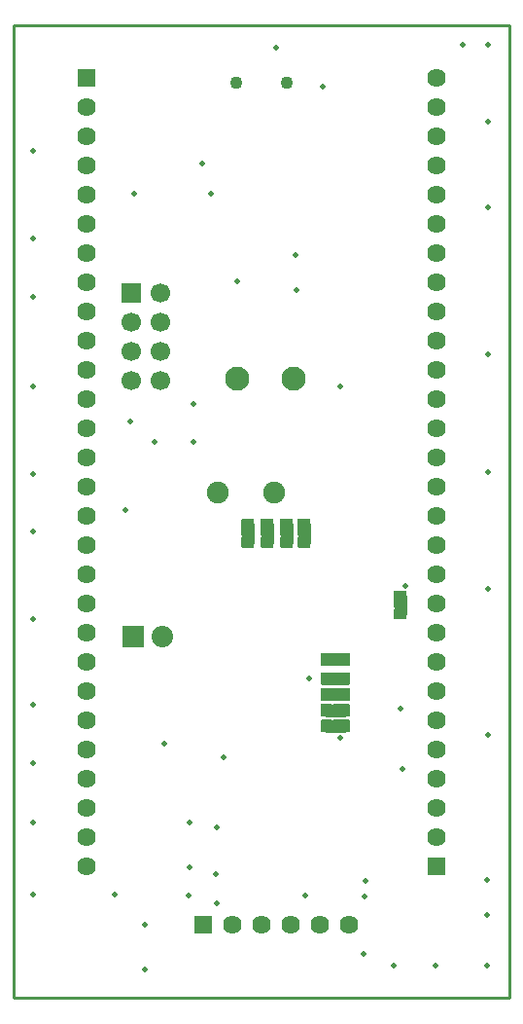
<source format=gbs>
*
*
G04 PADS Layout (Build Number 2007.42.1) generated Gerber (RS-274-X) file*
G04 PC Version=2.1*
*
%IN "MB913-0127-e.pcb"*%
*
%MOIN*%
*
%FSLAX35Y35*%
*
*
*
*
G04 PC Standard Apertures*
*
*
G04 Thermal Relief Aperture macro.*
%AMTER*
1,1,$1,0,0*
1,0,$1-$2,0,0*
21,0,$3,$4,0,0,45*
21,0,$3,$4,0,0,135*
%
*
*
G04 Annular Aperture macro.*
%AMANN*
1,1,$1,0,0*
1,0,$2,0,0*
%
*
*
G04 Odd Aperture macro.*
%AMODD*
1,1,$1,0,0*
1,0,$1-0.005,0,0*
%
*
*
G04 PC Custom Aperture Macros*
*
*
*
*
*
*
G04 PC Aperture Table*
*
%ADD011C,0.01*%
%ADD067C,0.01394*%
%ADD068R,0.06694X0.06694*%
%ADD069C,0.06694*%
%ADD070R,0.06394X0.06394*%
%ADD071C,0.06394*%
%ADD077C,0.04331*%
%ADD078C,0.08268*%
%ADD089R,0.07394X0.07394*%
%ADD090C,0.07394*%
%ADD091C,0.0748*%
%ADD092C,0.02016*%
*
*
*
*
G04 PC Copper Outlines (0)*
G04 Layer Name MB913-0127-e.pcb - dark (0)*
%LPD*%
*
*
G04 PC Area=_PSI_PAC_JUMPER_000_P162000000M*
G75*
G36*
G01*
X2047279Y1805442D02*
X2049248Y1803473D01*
G02*
X2049306Y1803334I-139J-139D01*
G01*
Y1800184D01*
G02*
X2049109Y1799987I-197J0D01*
G01*
X2045172D01*
G02*
X2044975Y1800184I-0J197D01*
G01*
Y1803334D01*
G02*
X2045032Y1803473I197J-0D01*
G01*
X2047001Y1805442D01*
G02*
X2047279I139J-140D01*
G37*
G74*
*
*
G04 PC Copper Outlines (1)*
G04 Layer Name MB913-0127-e.pcb - dark (1)*
%LPD*%
*
*
G04 PC Area=_PSI_PAC_JUMPER_001_P162000000M*
G75*
G36*
G01*
X2049109Y1809830D02*
G02*
X2049306Y1809633I-0J-197D01*
G01*
Y1804318D01*
G02*
X2048969Y1804179I-197J0D01*
G01*
X2047140Y1806008D01*
X2045311Y1804179D01*
G02*
X2044975Y1804318I-139J139D01*
G01*
Y1809633D01*
G02*
X2045172Y1809830I197J0D01*
G01*
X2049109D01*
G37*
G74*
*
*
G04 PC Copper Outlines (2)*
G04 Layer Name MB913-0127-e.pcb - dark (2)*
%LPD*%
*
*
G04 PC Area=_PSI_PAC_JUMPER_000_P162000000M*
G75*
G36*
G01*
X2053279Y1805442D02*
X2055248Y1803473D01*
G02*
X2055306Y1803334I-139J-139D01*
G01*
Y1800184D01*
G02*
X2055109Y1799987I-197J0D01*
G01*
X2051172D01*
G02*
X2050975Y1800184I-0J197D01*
G01*
Y1803334D01*
G02*
X2051032Y1803473I197J-0D01*
G01*
X2053001Y1805442D01*
G02*
X2053279I139J-140D01*
G37*
G74*
*
*
G04 PC Copper Outlines (3)*
G04 Layer Name MB913-0127-e.pcb - dark (3)*
%LPD*%
*
*
G04 PC Area=_PSI_PAC_JUMPER_001_P162000000M*
G75*
G36*
G01*
X2055109Y1809830D02*
G02*
X2055306Y1809633I-0J-197D01*
G01*
Y1804318D01*
G02*
X2054969Y1804179I-197J0D01*
G01*
X2053140Y1806008D01*
X2051311Y1804179D01*
G02*
X2050975Y1804318I-139J139D01*
G01*
Y1809633D01*
G02*
X2051172Y1809830I197J0D01*
G01*
X2055109D01*
G37*
G74*
*
*
G04 PC Copper Outlines (4)*
G04 Layer Name MB913-0127-e.pcb - dark (4)*
%LPD*%
*
*
G04 PC Area=_PSI_PAC_JUMPER_000_P324000000M*
G75*
G36*
G01*
X2064473Y1744169D02*
X2062505Y1742201D01*
G02*
X2062365Y1742143I-140J139D01*
G01*
X2059216D01*
G02*
X2059019Y1742340I-0J197D01*
G01*
Y1746277D01*
G02*
X2059216Y1746474I197J0D01*
G01*
X2062365D01*
G02*
X2062505Y1746416I0J-197D01*
G01*
X2064473Y1744448D01*
G02*
Y1744169I-139J-139D01*
G37*
G74*
*
*
G04 PC Copper Outlines (5)*
G04 Layer Name MB913-0127-e.pcb - dark (5)*
%LPD*%
*
*
G04 PC Area=_PSI_PAC_JUMPER_001_P324000000M*
G75*
G36*
G01*
X2068861Y1742340D02*
G02*
X2068665Y1742143I-196J0D01*
G01*
X2063350D01*
G02*
X2063210Y1742479I-0J197D01*
G01*
X2065040Y1744309D01*
X2063210Y1746138D01*
G02*
X2063350Y1746474I140J139D01*
G01*
X2068665D01*
G02*
X2068861Y1746277I-0J-197D01*
G01*
Y1742340D01*
G37*
G74*
*
*
G04 PC Copper Outlines (6)*
G04 Layer Name MB913-0127-e.pcb - dark (6)*
%LPD*%
*
*
G04 PC Area=_PSI_PAC_JUMPER_000_P324000000M*
G75*
G36*
G01*
X2064473Y1749569D02*
X2062505Y1747601D01*
G02*
X2062365Y1747543I-140J139D01*
G01*
X2059216D01*
G02*
X2059019Y1747740I-0J197D01*
G01*
Y1751677D01*
G02*
X2059216Y1751874I197J0D01*
G01*
X2062365D01*
G02*
X2062505Y1751816I0J-197D01*
G01*
X2064473Y1749848D01*
G02*
Y1749569I-139J-139D01*
G37*
G74*
*
*
G04 PC Copper Outlines (7)*
G04 Layer Name MB913-0127-e.pcb - dark (7)*
%LPD*%
*
*
G04 PC Area=_PSI_PAC_JUMPER_001_P324000000M*
G75*
G36*
G01*
X2068861Y1747740D02*
G02*
X2068665Y1747543I-196J0D01*
G01*
X2063350D01*
G02*
X2063210Y1747879I-0J197D01*
G01*
X2065040Y1749709D01*
X2063210Y1751538D01*
G02*
X2063350Y1751874I140J139D01*
G01*
X2068665D01*
G02*
X2068861Y1751677I-0J-197D01*
G01*
Y1747740D01*
G37*
G74*
*
*
G04 PC Copper Outlines (8)*
G04 Layer Name MB913-0127-e.pcb - dark (8)*
%LPD*%
*
*
G04 PC Area=_PSI_PAC_JUMPER_000_P324000000M*
G75*
G36*
G01*
X2064423Y1755046D02*
X2062454Y1753077D01*
G02*
X2062315Y1753020I-139J140D01*
G01*
X2059165D01*
G02*
X2058969Y1753217I0J197D01*
G01*
Y1757154D01*
G02*
X2059165Y1757350I196J-0D01*
G01*
X2062315D01*
G02*
X2062454Y1757293I-0J-196D01*
G01*
X2064423Y1755324D01*
G02*
Y1755046I-140J-139D01*
G37*
G74*
*
*
G04 PC Copper Outlines (9)*
G04 Layer Name MB913-0127-e.pcb - dark (9)*
%LPD*%
*
*
G04 PC Area=_PSI_PAC_JUMPER_001_P324000000M*
G75*
G36*
G01*
X2068811Y1753217D02*
G02*
X2068614Y1753020I-197J-0D01*
G01*
X2063299D01*
G02*
X2063160Y1753356I0J197D01*
G01*
X2064989Y1755185D01*
X2063160Y1757014D01*
G02*
X2063299Y1757350I139J140D01*
G01*
X2068614D01*
G02*
X2068811Y1757154I0J-196D01*
G01*
Y1753217D01*
G37*
G74*
*
*
G04 PC Copper Outlines (10)*
G04 Layer Name MB913-0127-e.pcb - dark (10)*
%LPD*%
*
*
G04 PC Area=_PSI_PAC_JUMPER_000_P324000000M*
G75*
G36*
G01*
X2064473Y1761569D02*
X2062505Y1759601D01*
G02*
X2062365Y1759543I-140J139D01*
G01*
X2059216D01*
G02*
X2059019Y1759740I-0J197D01*
G01*
Y1763677D01*
G02*
X2059216Y1763874I197J0D01*
G01*
X2062365D01*
G02*
X2062505Y1763816I0J-197D01*
G01*
X2064473Y1761848D01*
G02*
Y1761569I-139J-139D01*
G37*
G74*
*
*
G04 PC Copper Outlines (11)*
G04 Layer Name MB913-0127-e.pcb - dark (11)*
%LPD*%
*
*
G04 PC Area=_PSI_PAC_JUMPER_001_P324000000M*
G75*
G36*
G01*
X2068861Y1759740D02*
G02*
X2068665Y1759543I-196J0D01*
G01*
X2063350D01*
G02*
X2063210Y1759879I-0J197D01*
G01*
X2065040Y1761709D01*
X2063210Y1763538D01*
G02*
X2063350Y1763874I140J139D01*
G01*
X2068665D01*
G02*
X2068861Y1763677I-0J-197D01*
G01*
Y1759740D01*
G37*
G74*
*
*
G04 PC Copper Outlines (12)*
G04 Layer Name MB913-0127-e.pcb - dark (12)*
%LPD*%
*
*
G04 PC Area=_PSI_PAC_JUMPER_000_P162000000M*
G75*
G36*
G01*
X2034079Y1805442D02*
X2036048Y1803473D01*
G02*
X2036106Y1803334I-139J-139D01*
G01*
Y1800184D01*
G02*
X2035909Y1799987I-197J0D01*
G01*
X2031972D01*
G02*
X2031775Y1800184I-0J197D01*
G01*
Y1803334D01*
G02*
X2031832Y1803473I197J-0D01*
G01*
X2033801Y1805442D01*
G02*
X2034079I139J-140D01*
G37*
G74*
*
*
G04 PC Copper Outlines (13)*
G04 Layer Name MB913-0127-e.pcb - dark (13)*
%LPD*%
*
*
G04 PC Area=_PSI_PAC_JUMPER_001_P162000000M*
G75*
G36*
G01*
X2035909Y1809830D02*
G02*
X2036106Y1809633I-0J-197D01*
G01*
Y1804318D01*
G02*
X2035769Y1804179I-197J0D01*
G01*
X2033940Y1806008D01*
X2032111Y1804179D01*
G02*
X2031775Y1804318I-139J139D01*
G01*
Y1809633D01*
G02*
X2031972Y1809830I197J0D01*
G01*
X2035909D01*
G37*
G74*
*
*
G04 PC Copper Outlines (14)*
G04 Layer Name MB913-0127-e.pcb - dark (14)*
%LPD*%
*
*
G04 PC Area=_PSI_PAC_JUMPER_000_P162000000M*
G75*
G36*
G01*
X2040679Y1805442D02*
X2042648Y1803473D01*
G02*
X2042706Y1803334I-139J-139D01*
G01*
Y1800184D01*
G02*
X2042509Y1799987I-197J0D01*
G01*
X2038572D01*
G02*
X2038375Y1800184I-0J197D01*
G01*
Y1803334D01*
G02*
X2038432Y1803473I197J-0D01*
G01*
X2040401Y1805442D01*
G02*
X2040679I139J-140D01*
G37*
G74*
*
*
G04 PC Copper Outlines (15)*
G04 Layer Name MB913-0127-e.pcb - dark (15)*
%LPD*%
*
*
G04 PC Area=_PSI_PAC_JUMPER_001_P162000000M*
G75*
G36*
G01*
X2042509Y1809830D02*
G02*
X2042706Y1809633I-0J-197D01*
G01*
Y1804318D01*
G02*
X2042369Y1804179I-197J0D01*
G01*
X2040540Y1806008D01*
X2038711Y1804179D01*
G02*
X2038375Y1804318I-139J139D01*
G01*
Y1809633D01*
G02*
X2038572Y1809830I197J0D01*
G01*
X2042509D01*
G37*
G74*
*
*
G04 PC Copper Outlines (16)*
G04 Layer Name MB913-0127-e.pcb - dark (16)*
%LPD*%
*
*
G04 PC Area=_PSI_PAC_JUMPER_000_P162000000M*
G75*
G36*
G01*
X2086279Y1780842D02*
X2088248Y1778873D01*
G02*
X2088306Y1778734I-139J-139D01*
G01*
Y1775584D01*
G02*
X2088109Y1775387I-197J0D01*
G01*
X2084172D01*
G02*
X2083975Y1775584I-0J197D01*
G01*
Y1778734D01*
G02*
X2084032Y1778873I197J-0D01*
G01*
X2086001Y1780842D01*
G02*
X2086279I139J-140D01*
G37*
G74*
*
*
G04 PC Copper Outlines (17)*
G04 Layer Name MB913-0127-e.pcb - dark (17)*
%LPD*%
*
*
G04 PC Area=_PSI_PAC_JUMPER_001_P162000000M*
G75*
G36*
G01*
X2088109Y1785230D02*
G02*
X2088306Y1785033I-0J-197D01*
G01*
Y1779718D01*
G02*
X2087969Y1779579I-197J0D01*
G01*
X2086140Y1781408D01*
X2084311Y1779579D01*
G02*
X2083975Y1779718I-139J139D01*
G01*
Y1785033D01*
G02*
X2084172Y1785230I197J0D01*
G01*
X2088109D01*
G37*
G74*
*
*
G04 PC Copper Outlines (18)*
G04 Layer Name MB913-0127-e.pcb - dark (18)*
%LPD*%
*
*
G04 PC Area=_PSI_PAC_JUMPER_000_P324000000M*
G75*
G36*
G01*
X2064473Y1738769D02*
X2062505Y1736801D01*
G02*
X2062365Y1736743I-140J139D01*
G01*
X2059216D01*
G02*
X2059019Y1736940I-0J197D01*
G01*
Y1740877D01*
G02*
X2059216Y1741074I197J0D01*
G01*
X2062365D01*
G02*
X2062505Y1741016I0J-197D01*
G01*
X2064473Y1739048D01*
G02*
Y1738769I-139J-139D01*
G37*
G74*
*
*
G04 PC Copper Outlines (19)*
G04 Layer Name MB913-0127-e.pcb - dark (19)*
%LPD*%
*
*
G04 PC Area=_PSI_PAC_JUMPER_001_P324000000M*
G75*
G36*
G01*
X2068861Y1736940D02*
G02*
X2068665Y1736743I-196J0D01*
G01*
X2063350D01*
G02*
X2063210Y1737079I-0J197D01*
G01*
X2065040Y1738909D01*
X2063210Y1740738D01*
G02*
X2063350Y1741074I140J139D01*
G01*
X2068665D01*
G02*
X2068861Y1740877I-0J-197D01*
G01*
Y1736940D01*
G37*
G74*
*
*
G04 PC Copper Outlines (20)*
G04 Layer Name MB913-0127-e.pcb - dark (20)*
%LPD*%
*
*
G04 PC Area=CFC35*
G75*
G36*
G01*
X2048806Y1808149D02*
X2045475D01*
Y1801669D01*
X2048806D01*
Y1808149D01*
G37*
G74*
*
*
G04 PC Copper Outlines (21)*
G04 Layer Name MB913-0127-e.pcb - dark (21)*
%LPD*%
*
*
G04 PC Area=CFC36*
G75*
G36*
G01*
X2054806Y1808149D02*
X2051475D01*
Y1801669D01*
X2054806D01*
Y1808149D01*
G37*
G74*
*
*
G04 PC Copper Outlines (22)*
G04 Layer Name MB913-0127-e.pcb - dark (22)*
%LPD*%
*
*
G04 PC Area=CFC37*
G75*
G36*
G01*
X2067180Y1745974D02*
X2060700D01*
Y1742643D01*
X2067180D01*
Y1745974D01*
G37*
G74*
*
*
G04 PC Copper Outlines (23)*
G04 Layer Name MB913-0127-e.pcb - dark (23)*
%LPD*%
*
*
G04 PC Area=CFC38*
G75*
G36*
G01*
X2067180Y1751374D02*
X2060700D01*
Y1748043D01*
X2067180D01*
Y1751374D01*
G37*
G74*
*
*
G04 PC Copper Outlines (24)*
G04 Layer Name MB913-0127-e.pcb - dark (24)*
%LPD*%
*
*
G04 PC Area=CFC39*
G75*
G36*
G01*
X2067130Y1756850D02*
X2060650D01*
Y1753520D01*
X2067130D01*
Y1756850D01*
G37*
G74*
*
*
G04 PC Copper Outlines (25)*
G04 Layer Name MB913-0127-e.pcb - dark (25)*
%LPD*%
*
*
G04 PC Area=CFC40*
G75*
G36*
G01*
X2067180Y1763374D02*
X2060700D01*
Y1760043D01*
X2067180D01*
Y1763374D01*
G37*
G74*
*
*
G04 PC Copper Outlines (26)*
G04 Layer Name MB913-0127-e.pcb - dark (26)*
%LPD*%
*
*
G04 PC Area=CFC41*
G75*
G36*
G01*
X2035606Y1808149D02*
X2032275D01*
Y1801669D01*
X2035606D01*
Y1808149D01*
G37*
G74*
*
*
G04 PC Copper Outlines (27)*
G04 Layer Name MB913-0127-e.pcb - dark (27)*
%LPD*%
*
*
G04 PC Area=CFC42*
G75*
G36*
G01*
X2042206Y1808149D02*
X2038875D01*
Y1801669D01*
X2042206D01*
Y1808149D01*
G37*
G74*
*
*
G04 PC Copper Outlines (28)*
G04 Layer Name MB913-0127-e.pcb - dark (28)*
%LPD*%
*
*
G04 PC Area=CFC43*
G75*
G36*
G01*
X2087806Y1783549D02*
X2084475D01*
Y1777069D01*
X2087806D01*
Y1783549D01*
G37*
G74*
*
*
G04 PC Copper Outlines (29)*
G04 Layer Name MB913-0127-e.pcb - dark (29)*
%LPD*%
*
*
G04 PC Area=CFC44*
G75*
G36*
G01*
X2067180Y1740574D02*
X2060700D01*
Y1737243D01*
X2067180D01*
Y1740574D01*
G37*
G74*
*
*
G04 PC Copper Outlines (30)*
G04 Layer Name MB913-0127-e.pcb - dark (30)*
%LPD*%
*
*
G04 PC Area=Custom_Thermal*
*
G04 PC Custom Flashes*
G04 Layer Name MB913-0127-e.pcb - flashes*
%LPD*%
*
*
G04 PC Circuitry*
G04 Layer Name MB913-0127-e.pcb - circuitry*
%LPD*%
*
G54D11*
G01X2048806Y1801669D02*
Y1808149D01*
X2045475*
Y1801669*
X2048806*
X2054806D02*
Y1808149D01*
X2051475*
Y1801669*
X2054806*
X2060700Y1742643D02*
X2067180D01*
Y1745974*
X2060700*
Y1742643*
Y1748043D02*
X2067180D01*
Y1751374*
X2060700*
Y1748043*
X2060650Y1753520D02*
X2067130D01*
Y1756850*
X2060650*
Y1753520*
X2060700Y1760043D02*
X2067180D01*
Y1763374*
X2060700*
Y1760043*
X2035606Y1801669D02*
Y1808149D01*
X2032275*
Y1801669*
X2035606*
X2042206D02*
Y1808149D01*
X2038875*
Y1801669*
X2042206*
X2087806Y1777069D02*
Y1783549D01*
X2084475*
Y1777069*
X2087806*
X2060700Y1737243D02*
X2067180D01*
Y1740574*
X2060700*
Y1737243*
X1953740Y1645709D02*
X2123740D01*
Y1978780*
X1953740*
Y1645709*
G54D67*
X2047140Y1802940D03*
Y1807271D03*
X2053140Y1802940D03*
Y1807271D03*
X2061972Y1744309D03*
X2066302D03*
X2061972Y1749709D03*
X2066302D03*
X2061921Y1755185D03*
X2066252D03*
X2061972Y1761709D03*
X2066302D03*
X2033940Y1802940D03*
Y1807271D03*
X2040540Y1802940D03*
Y1807271D03*
X2086140Y1778340D03*
Y1782671D03*
X2061972Y1738909D03*
X2066302D03*
G54D68*
X1993799Y1887311D03*
G54D69*
X2003799D03*
X1993799Y1877311D03*
X2003799D03*
X1993799Y1867311D03*
X2003799D03*
X1993799Y1857311D03*
X2003799D03*
G54D70*
X1978740Y1960709D03*
X2098740Y1690709D03*
X2018740Y1670709D03*
G54D71*
X1978740Y1950709D03*
Y1940709D03*
Y1930709D03*
Y1920709D03*
Y1910709D03*
Y1900709D03*
Y1890709D03*
Y1880709D03*
Y1870709D03*
Y1860709D03*
Y1850709D03*
Y1840709D03*
Y1830709D03*
Y1820709D03*
Y1810709D03*
Y1800709D03*
Y1790709D03*
Y1780709D03*
Y1770709D03*
Y1760709D03*
Y1750709D03*
Y1740709D03*
Y1730709D03*
Y1720709D03*
Y1710709D03*
Y1700709D03*
Y1690709D03*
X2098740Y1700709D03*
Y1710709D03*
Y1720709D03*
Y1730709D03*
Y1740709D03*
Y1750709D03*
Y1760709D03*
Y1770709D03*
Y1780709D03*
Y1790709D03*
Y1800709D03*
Y1810709D03*
Y1820709D03*
Y1830709D03*
Y1840709D03*
Y1850709D03*
Y1860709D03*
Y1870709D03*
Y1880709D03*
Y1890709D03*
Y1900709D03*
Y1910709D03*
Y1920709D03*
Y1930709D03*
Y1940709D03*
Y1950709D03*
Y1960709D03*
X2028740Y1670709D03*
X2038740D03*
X2048740D03*
X2058740D03*
X2068740D03*
G54D77*
X2047153Y1959325D03*
X2029853D03*
G54D78*
X2049546Y1857709D03*
X2030334D03*
G54D89*
X1994740Y1769509D03*
G54D90*
X2004740D03*
G54D91*
X2023734Y1818709D03*
X2042946D03*
G54D92*
X1988304Y1681104D03*
X1960140D03*
X2013740Y1680709D03*
X1998740Y1670709D03*
Y1655509D03*
X2023140Y1678309D03*
X2074126Y1680555D03*
X2074173Y1685740D03*
X2053740Y1680709D03*
X2073740Y1660709D03*
X2116126Y1674197D03*
Y1656724D03*
X2098283D03*
X2083823D03*
X2116104Y1686109D03*
X1960140Y1705909D03*
Y1726309D03*
X2025531Y1728047D03*
X2014028Y1705909D03*
Y1690681D03*
X2023104Y1688304D03*
X2023140Y1704109D03*
X2087028Y1724354D03*
X1960140Y1746109D03*
X2005189Y1732740D03*
X2054940Y1755109D03*
X2065740Y1734709D03*
X2086140Y1744909D03*
X2116140Y1735909D03*
X1960140Y1775509D03*
Y1805509D03*
X2116140Y1785709D03*
X2087940Y1786909D03*
X1993768Y1843130D03*
X1991940Y1812709D03*
X1960140Y1825309D03*
X2015335Y1836244D03*
X2001858D03*
X2116140Y1825909D03*
X1960140Y1855309D03*
Y1885909D03*
X2015340Y1849309D03*
X2065713Y1855224D03*
X2116140Y1866109D03*
X1994961Y1921157D03*
X1960140Y1905709D03*
X2021340Y1921309D03*
X2030340Y1891309D03*
X2050740Y1888309D03*
X2050140Y1900309D03*
X2116140Y1916509D03*
X1960140Y1935709D03*
X2018260Y1931642D03*
X2059740Y1957909D03*
X2116140Y1945909D03*
X2043540Y1971109D03*
X2107740Y1972309D03*
X2116140D03*
X0Y0D02*
M02*

</source>
